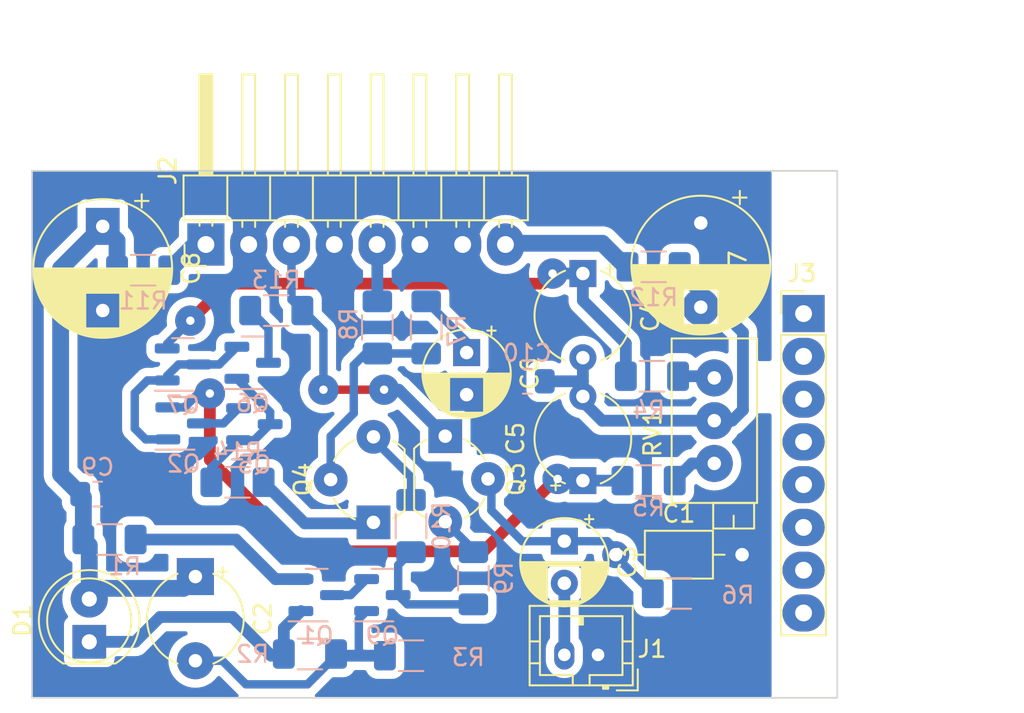
<source format=kicad_pcb>
(kicad_pcb (version 20221018) (generator pcbnew)
  (layers (0 "F.Cu" signal) (31 "B.Cu" signal) (34 "B.Paste" user) (35 "F.Paste" user) (36 "B.SilkS" user "B.Silkscreen") (37 "F.SilkS" user "F.Silkscreen") (38 "B.Mask" user) (39 "F.Mask" user) (44 "Edge.Cuts" user))
  (net 0 "")
  (net 1 "Net-(Q3-B)")
  (net 2 "GND")
  (net 3 "Net-(D1-A)")
  (net 4 "Net-(Q2-B)")
  (net 5 "Net-(J2-Pin_8)")
  (net 6 "Net-(C6-Pad1)")
  (net 7 "Net-(D1-K)")
  (net 8 "Net-(J2-Pin_3)")
  (net 9 "Net-(Q1-C)")
  (net 10 "Net-(Q1-E)")
  (net 11 "Net-(Q2-C)")
  (net 12 "Net-(Q4-C)")
  (net 13 "Net-(Q4-B)")
  (net 14 "Net-(Q7-E)")
  (net 15 "Net-(R4-Pad2)")
  (net 16 "Net-(R5-Pad2)")
  (net 17 "Net-(Q9-B)")
  (net 18 "Net-(Q2-E)")
  (net 19 "Net-(Q3-E)")
  (net 20 "Net-(Q4-E)")
  (net 21 "Net-(Q9-C)")
  (net 22 "Net-(C10-Pad1)")
  (net 23 "Net-(J2-Pin_1)")
  (net 24 "Net-(J2-Pin_5)")
  (net 33 "Net-(J1-Pin_2)")
  (net 34 "Net-(Q5-B)")
  (net 35 "Net-(Q6-C)")
  (footprint "Capacitor_THT:CP_Radial_Tantal_D5.5mm_P5.00mm" (layer "F.Cu") (at 159.8 85.9 -90)
    (fp_text reference "C4" (at 2.5 -4 90) (layer "F.SilkS"))
    (fp_text value "33u/25V")
    (pad "1" thru_hole rect (at 0 0 270) (size 1.6 1.6) (drill 0.8) (layers "*.Cu" "*.Mask") (net 14 "Net-(Q7-E)"))
    (pad "2" thru_hole circle (at 5 0 270) (size 1.6 1.6) (drill 0.8) (layers "*.Cu" "*.Mask") (net 22 "Net-(C10-Pad1)"))
  )
  (footprint "Capacitor_THT:CP_Radial_D5.0mm_P2.50mm" (layer "F.Cu") (at 158.7 101.794888 -90)
    (fp_text reference "C3" (at 1.25 -3.75 90) (layer "F.SilkS"))
    (fp_text value "2u2/16V")
    (pad "1" thru_hole rect (at 0 0 270) (size 1.6 1.6) (drill 0.8) (layers "*.Cu" "*.Mask") (net 1 "Net-(Q3-B)"))
    (pad "2" thru_hole circle (at 2.5 0 270) (size 1.6 1.6) (drill 0.8) (layers "*.Cu" "*.Mask") (net 33 "Net-(J1-Pin_2)"))
  )
  (footprint "Potentiometer_THT:Potentiometer_Bourns_3296X_Horizontal" (layer "F.Cu") (at 167.6 92.1 90)
    (fp_text reference "RV1" (at -3.3 -3.66 90) (layer "F.SilkS"))
    (fp_text value "100")
    (pad "1" thru_hole circle (at 0 0 90) (size 2.2 2.2) (drill 0.8) (layers "*.Cu" "*.Mask") (net 15 "Net-(R4-Pad2)"))
    (pad "2" thru_hole circle (at -2.54 0 90) (size 2.2 2.2) (drill 0.8) (layers "*.Cu" "*.Mask") (net 22 "Net-(C10-Pad1)"))
    (pad "3" thru_hole circle (at -5.08 0 90) (size 2.2 2.2) (drill 0.8) (layers "*.Cu" "*.Mask") (net 16 "Net-(R5-Pad2)"))
  )
  (footprint "Package_TO_SOT_THT:TO-92_Wide" (layer "F.Cu") (at 151.63 95.56 -90)
    (fp_text reference "Q3" (at 2.55 -4.19 90) (layer "F.SilkS"))
    (fp_text value "BC560C")
    (pad "1" thru_hole rect (at 0 0 270) (size 2 2) (drill 0.8) (layers "*.Cu" "*.Mask") (net 8 "Net-(J2-Pin_3)"))
    (pad "2" thru_hole circle (at 2.54 -2.54 270) (size 2 2) (drill 0.8) (layers "*.Cu" "*.Mask") (net 1 "Net-(Q3-B)"))
    (pad "3" thru_hole circle (at 5.08 0 270) (size 2 2) (drill 0.8) (layers "*.Cu" "*.Mask") (net 19 "Net-(Q3-E)"))
  )
  (footprint "Capacitor_THT:CP_Radial_D5.0mm_P2.50mm" (layer "F.Cu") (at 152.9 90.594888 -90)
    (fp_text reference "C6" (at 1.25 -3.75 90) (layer "F.SilkS"))
    (fp_text value "47u/25V")
    (pad "1" thru_hole rect (at 0 0 270) (size 1.6 1.6) (drill 0.8) (layers "*.Cu" "*.Mask") (net 6 "Net-(C6-Pad1)"))
    (pad "2" thru_hole circle (at 2.5 0 270) (size 1.6 1.6) (drill 0.8) (layers "*.Cu" "*.Mask") (net 2 "GND"))
  )
  (footprint "Capacitor_THT:CP_Radial_Tantal_D5.5mm_P5.00mm" (layer "F.Cu") (at 159.8 98.2 90)
    (fp_text reference "C5" (at 2.5 -4 90) (layer "F.SilkS"))
    (fp_text value "33u/25V")
    (pad "1" thru_hole rect (at 0 0 90) (size 1.6 1.6) (drill 0.8) (layers "*.Cu" "*.Mask") (net 18 "Net-(Q2-E)"))
    (pad "2" thru_hole circle (at 5 0 90) (size 1.6 1.6) (drill 0.8) (layers "*.Cu" "*.Mask") (net 22 "Net-(C10-Pad1)"))
  )
  (footprint "Capacitor_THT:CP_Radial_D8.0mm_P5.00mm" (layer "F.Cu") (at 166.8 82.897349 -90)
    (fp_text reference "C7" (at 2.602651 -2.2 90) (layer "F.SilkS"))
    (fp_text value "100u/35V")
    (pad "1" thru_hole rect (at 0 0 270) (size 2.2 2.2) (drill 0.8) (layers "*.Cu" "*.Mask") (net 2 "GND"))
    (pad "2" thru_hole circle (at 5 0 270) (size 2.2 2.2) (drill 0.8) (layers "*.Cu" "*.Mask") (net 22 "Net-(C10-Pad1)"))
  )
  (footprint "Capacitor_THT:C_Axial_L3.8mm_D2.6mm_P7.50mm_Horizontal" (layer "F.Cu") (at 161.75 102.6)
    (fp_text reference "C1" (at 3.75 -2.42) (layer "F.SilkS"))
    (fp_text value "330p")
    (pad "1" thru_hole circle (at 0 0) (size 1.6 1.6) (drill 0.8) (layers "*.Cu" "*.Mask") (net 1 "Net-(Q3-B)"))
    (pad "2" thru_hole oval (at 7.5 0) (size 1.6 1.6) (drill 0.8) (layers "*.Cu" "*.Mask") (net 2 "GND"))
  )
  (footprint "Connector_JST:JST_PH_B2B-PH-K_1x02_P2.00mm_Vertical" (layer "F.Cu") (at 160.7 108.55 180)
    (fp_text reference "J1" (at -3.2 0.35) (layer "F.SilkS"))
    (fp_text value "Conn_01x02")
    (pad "1" thru_hole roundrect (at 0 0 180) (size 1.2 1.75) (drill 0.75) (layers "*.Cu" "*.Mask") (roundrect_rratio 0.208333) (net 2 "GND"))
    (pad "2" thru_hole oval (at 2 0 180) (size 1.2 1.75) (drill 0.75) (layers "*.Cu" "*.Mask") (net 33 "Net-(J1-Pin_2)"))
  )
  (footprint "Connector_PinHeader_2.54mm:PinHeader_1x08_P2.54mm_Vertical" (layer "F.Cu") (at 172.9 88.28)
    (fp_text reference "J3" (at -0.1 -2.38) (layer "F.SilkS"))
    (fp_text value "Conn_01x08_Pin")
    (pad "1" thru_hole rect (at 0 0) (size 2.5 2.2) (drill 1) (layers "*.Cu" "*.Mask"))
    (pad "2" thru_hole oval (at 0 2.54) (size 2.5 2.2) (drill 1) (layers "*.Cu" "*.Mask"))
    (pad "3" thru_hole oval (at 0 5.08) (size 2.5 2.2) (drill 1) (layers "*.Cu" "*.Mask"))
    (pad "4" thru_hole oval (at 0 7.62) (size 2.5 2.2) (drill 1) (layers "*.Cu" "*.Mask"))
    (pad "5" thru_hole oval (at 0 10.16) (size 2.5 2.2) (drill 1) (layers "*.Cu" "*.Mask"))
    (pad "6" thru_hole oval (at 0 12.7) (size 2.5 2.2) (drill 1) (layers "*.Cu" "*.Mask"))
    (pad "7" thru_hole oval (at 0 15.24) (size 2.5 2.2) (drill 1) (layers "*.Cu" "*.Mask"))
    (pad "8" thru_hole oval (at 0 17.78) (size 2.5 2.2) (drill 1) (layers "*.Cu" "*.Mask" "Eco2.User"))
  )
  (footprint "LED_THT:LED_D5.0mm" (layer "F.Cu") (at 130.5 107.775 90)
    (fp_text reference "D1" (at 1.27 -3.96 90) (layer "F.SilkS"))
    (fp_text value "LED_Small")
    (pad "1" thru_hole rect (at 0 0 90) (size 2 2) (drill 0.9) (layers "*.Cu" "*.Mask") (net 7 "Net-(D1-K)"))
    (pad "2" thru_hole circle (at 2.54 0 90) (size 2.2 2.2) (drill 0.9) (layers "*.Cu" "*.Mask") (net 3 "Net-(D1-A)"))
  )
  (footprint "Package_TO_SOT_THT:TO-92_Wide" (layer "F.Cu") (at 147.37 100.68 90)
    (fp_text reference "Q4" (at 2.55 -4.19 90) (layer "F.SilkS"))
    (fp_text value "BC560C")
    (pad "1" thru_hole rect (at 0 0 90) (size 2 2) (drill 0.8) (layers "*.Cu" "*.Mask") (net 12 "Net-(Q4-C)"))
    (pad "2" thru_hole circle (at 2.54 -2.54 90) (size 2 2) (drill 0.8) (layers "*.Cu" "*.Mask") (net 13 "Net-(Q4-B)"))
    (pad "3" thru_hole circle (at 5.08 0 90) (size 2 2) (drill 0.8) (layers "*.Cu" "*.Mask") (net 20 "Net-(Q4-E)"))
  )
  (footprint "Connector_PinHeader_2.54mm:PinHeader_1x08_P2.54mm_Horizontal" (layer "F.Cu") (at 137.425 84.175 90)
    (fp_text reference "J2" (at 4.385 -2.27 90) (layer "F.SilkS"))
    (fp_text value "Conn_01x08")
    (pad "1" thru_hole rect (at 0 0 90) (size 2.5 2.2) (drill 1) (layers "*.Cu" "*.Mask") (net 23 "Net-(J2-Pin_1)"))
    (pad "2" thru_hole oval (at 0 2.54 90) (size 2.5 2.2) (drill 1) (layers "*.Cu" "*.Mask") (net 2 "GND"))
    (pad "3" thru_hole oval (at 0 5.08 90) (size 2.5 2.2) (drill 1) (layers "*.Cu" "*.Mask") (net 8 "Net-(J2-Pin_3)"))
    (pad "4" thru_hole oval (at 0 7.62 90) (size 2.5 2.2) (drill 1) (layers "*.Cu" "*.Mask") (net 2 "GND"))
    (pad "5" thru_hole oval (at 0 10.16 90) (size 2.5 2.2) (drill 1) (layers "*.Cu" "*.Mask") (net 24 "Net-(J2-Pin_5)"))
    (pad "6" thru_hole oval (at 0 12.7 90) (size 2.5 2.2) (drill 1) (layers "*.Cu" "*.Mask") (net 2 "GND"))
    (pad "7" thru_hole oval (at 0 15.24 90) (size 2.5 2.2) (drill 1) (layers "*.Cu" "*.Mask") (net 2 "GND"))
    (pad "8" thru_hole oval (at 0 17.78 90) (size 2.5 2.2) (drill 1) (layers "*.Cu" "*.Mask") (net 5 "Net-(J2-Pin_8)"))
  )
  (footprint "Capacitor_THT:CP_Radial_Tantal_D5.5mm_P5.00mm" (layer "F.Cu") (at 136.8 103.9 -90)
    (fp_text reference "C2" (at 2.5 -4 90) (layer "F.SilkS"))
    (fp_text value "33u/25V")
    (pad "1" thru_hole rect (at 0 0 270) (size 2.2 2.2) (drill 0.8) (layers "*.Cu" "*.Mask") (net 3 "Net-(D1-A)"))
    (pad "2" thru_hole circle (at 5 0 270) (size 2.2 2.2) (drill 0.8) (layers "*.Cu" "*.Mask") (net 17 "Net-(Q9-B)"))
  )
  (footprint "Capacitor_THT:CP_Radial_D8.0mm_P5.00mm" (layer "F.Cu") (at 131.3 83.097349 -90)
    (fp_text reference "C8" (at 2.5 -5.25 -90) (layer "F.SilkS"))
    (fp_text value "100u/35V")
    (pad "1" thru_hole rect (at 0 0 270) (size 2.2 2) (drill 0.8) (layers "*.Cu" "*.Mask") (net 3 "Net-(D1-A)"))
    (pad "2" thru_hole circle (at 5 0 270) (size 2.2 2.2) (drill 0.8) (layers "*.Cu" "*.Mask") (net 2 "GND"))
  )
  (footprint "Resistor_SMD:R_1206_3216Metric_Pad1.30x1.75mm_HandSolder" (layer "B.Cu") (at 147.6 89.1 90)
    (fp_text reference "R8" (at 0.2 -1.7 -270) (layer "B.SilkS") (effects (justify mirror)))
    (fp_text value "68k")
    (pad "1" smd roundrect (at -1.55 0 90) (size 1.3 1.75) (layers "B.Cu" "B.Paste" "B.Mask") (roundrect_rratio 0.192308) (net 13 "Net-(Q4-B)"))
    (pad "2" smd roundrect (at 1.55 0 90) (size 1.3 1.75) (layers "B.Cu" "B.Paste" "B.Mask") (roundrect_rratio 0.192308) (net 24 "Net-(J2-Pin_5)"))
  )
  (footprint "Resistor_SMD:R_1206_3216Metric_Pad1.30x1.75mm_HandSolder" (layer "B.Cu") (at 133.7 85.7)
    (fp_text reference "R11" (at 0 1.82) (layer "B.SilkS") (effects (justify mirror)))
    (fp_text value "10")
    (pad "1" smd roundrect (at -1.55 0) (size 1.3 1.75) (layers "B.Cu" "B.Paste" "B.Mask") (roundrect_rratio 0.192308) (net 3 "Net-(D1-A)"))
    (pad "2" smd roundrect (at 1.55 0) (size 1.3 1.75) (layers "B.Cu" "B.Paste" "B.Mask") (roundrect_rratio 0.192308) (net 23 "Net-(J2-Pin_1)"))
  )
  (footprint "Resistor_SMD:R_1206_3216Metric_Pad1.30x1.75mm_HandSolder" (layer "B.Cu") (at 163.9 92)
    (fp_text reference "R4" (at -0.2 2 -360) (layer "B.SilkS") (effects (justify mirror)))
    (fp_text value "47")
    (pad "1" smd roundrect (at -1.55 0) (size 1.3 1.75) (layers "B.Cu" "B.Paste" "B.Mask") (roundrect_rratio 0.192308) (net 14 "Net-(Q7-E)"))
    (pad "2" smd roundrect (at 1.55 0) (size 1.3 1.75) (layers "B.Cu" "B.Paste" "B.Mask") (roundrect_rratio 0.192308) (net 15 "Net-(R4-Pad2)"))
  )
  (footprint "Resistor_SMD:R_1206_3216Metric_Pad1.30x1.75mm_HandSolder" (layer "B.Cu") (at 139.3 98.3 180)
    (fp_text reference "R14" (at 0 1.82) (layer "B.SilkS") (effects (justify mirror)))
    (fp_text value "22")
    (pad "1" smd roundrect (at -1.55 0 180) (size 1.3 1.75) (layers "B.Cu" "B.Paste" "B.Mask") (roundrect_rratio 0.192308) (net 12 "Net-(Q4-C)"))
    (pad "2" smd roundrect (at 1.55 0 180) (size 1.3 1.75) (layers "B.Cu" "B.Paste" "B.Mask") (roundrect_rratio 0.192308) (net 34 "Net-(Q5-B)"))
  )
  (footprint "Package_TO_SOT_SMD:SOT-23" (layer "B.Cu") (at 140.2 91.2)
    (fp_text reference "Q6" (at 0 2.4) (layer "B.SilkS") (effects (justify mirror)))
    (fp_text value "BC848")
    (pad "1" smd roundrect (at -0.9375 0.95) (size 1.475 0.6) (layers "B.Cu" "B.Paste" "B.Mask") (net 34 "Net-(Q5-B)"))
    (pad "2" smd roundrect (at -0.9375 -0.95) (size 1.475 0.6) (layers "B.Cu" "B.Paste" "B.Mask") (net 4 "Net-(Q2-B)"))
    (pad "3" smd roundrect (at 0.9375 0) (size 1.475 0.6) (layers "B.Cu" "B.Paste" "B.Mask") (net 35 "Net-(Q6-C)"))
  )
  (footprint "Resistor_SMD:R_1206_3216Metric_Pad1.30x1.75mm_HandSolder" (layer "B.Cu") (at 149.6 108.6)
    (fp_text reference "R3" (at 3.4 0.1 -360) (layer "B.SilkS") (effects (justify mirror)))
    (fp_text value "10k")
    (pad "1" smd roundrect (at -1.55 0) (size 1.3 1.75) (layers "B.Cu" "B.Paste" "B.Mask") (roundrect_rratio 0.192308) (net 17 "Net-(Q9-B)"))
    (pad "2" smd roundrect (at 1.55 0) (size 1.3 1.75) (layers "B.Cu" "B.Paste" "B.Mask") (roundrect_rratio 0.192308) (net 2 "GND"))
  )
  (footprint "Resistor_SMD:R_1206_3216Metric_Pad1.30x1.75mm_HandSolder" (layer "B.Cu") (at 165.5 104.9)
    (fp_text reference "R6" (at 3.5 0.1 -360) (layer "B.SilkS") (effects (justify mirror)))
    (fp_text value "68k")
    (pad "1" smd roundrect (at -1.55 0) (size 1.3 1.75) (layers "B.Cu" "B.Paste" "B.Mask") (roundrect_rratio 0.192308) (net 1 "Net-(Q3-B)"))
    (pad "2" smd roundrect (at 1.55 0) (size 1.3 1.75) (layers "B.Cu" "B.Paste" "B.Mask") (roundrect_rratio 0.192308) (net 2 "GND"))
  )
  (footprint "Package_TO_SOT_SMD:SOT-23" (layer "B.Cu") (at 144 105)
    (fp_text reference "Q1" (at 0 2.4) (layer "B.SilkS") (effects (justify mirror)))
    (fp_text value "BC858")
    (pad "1" smd roundrect (at -0.9375 0.95) (size 1.475 0.6) (layers "B.Cu" "B.Paste" "B.Mask") (net 7 "Net-(D1-K)"))
    (pad "2" smd roundrect (at -0.9375 -0.95) (size 1.475 0.6) (layers "B.Cu" "B.Paste" "B.Mask") (net 10 "Net-(Q1-E)"))
    (pad "3" smd roundrect (at 0.9375 0) (size 1.475 0.6) (layers "B.Cu" "B.Paste" "B.Mask") (net 9 "Net-(Q1-C)"))
  )
  (footprint "Capacitor_SMD:C_0805_2012Metric_Pad1.18x1.45mm_HandSolder" (layer "B.Cu") (at 131 99)
    (fp_text reference "C9" (at 0 -1.6) (layer "B.SilkS") (effects (justify mirror)))
    (fp_text value "100n")
    (pad "1" smd roundrect (at -1.0375 0) (size 1.175 1.45) (layers "B.Cu" "B.Paste" "B.Mask") (roundrect_rratio 0.212766) (net 3 "Net-(D1-A)"))
    (pad "2" smd roundrect (at 1.0375 0) (size 1.175 1.45) (layers "B.Cu" "B.Paste" "B.Mask") (roundrect_rratio 0.212766) (net 2 "GND"))
  )
  (footprint "Package_TO_SOT_SMD:SOT-23" (layer "B.Cu") (at 136.1 94.8)
    (fp_text reference "Q2" (at 0 2.4) (layer "B.SilkS") (effects (justify mirror)))
    (fp_text value "BC848")
    (pad "1" smd roundrect (at -0.9375 0.95) (size 1.475 0.6) (layers "B.Cu" "B.Paste" "B.Mask") (net 4 "Net-(Q2-B)"))
    (pad "2" smd roundrect (at -0.9375 -0.95) (size 1.475 0.6) (layers "B.Cu" "B.Paste" "B.Mask") (net 18 "Net-(Q2-E)"))
    (pad "3" smd roundrect (at 0.9375 0) (size 1.475 0.6) (layers "B.Cu" "B.Paste" "B.Mask") (net 11 "Net-(Q2-C)"))
  )
  (footprint "Resistor_SMD:R_1206_3216Metric_Pad1.30x1.75mm_HandSolder" (layer "B.Cu") (at 163.7 98.2)
    (fp_text reference "R5" (at 0 1.6 -360) (layer "B.SilkS") (effects (justify mirror)))
    (fp_text value "47")
    (pad "1" smd roundrect (at -1.55 0) (size 1.3 1.75) (layers "B.Cu" "B.Paste" "B.Mask") (roundrect_rratio 0.192308) (net 18 "Net-(Q2-E)"))
    (pad "2" smd roundrect (at 1.55 0) (size 1.3 1.75) (layers "B.Cu" "B.Paste" "B.Mask") (roundrect_rratio 0.192308) (net 16 "Net-(R5-Pad2)"))
  )
  (footprint "Resistor_SMD:R_1206_3216Metric_Pad1.30x1.75mm_HandSolder" (layer "B.Cu") (at 131.7 101.7)
    (fp_text reference "R1" (at 0.9 1.6 -360) (layer "B.SilkS") (effects (justify mirror)))
    (fp_text value "1k")
    (pad "1" smd roundrect (at -1.55 0) (size 1.3 1.75) (layers "B.Cu" "B.Paste" "B.Mask") (roundrect_rratio 0.192308) (net 3 "Net-(D1-A)"))
    (pad "2" smd roundrect (at 1.55 0) (size 1.3 1.75) (layers "B.Cu" "B.Paste" "B.Mask") (roundrect_rratio 0.192308) (net 10 "Net-(Q1-E)"))
  )
  (footprint "Resistor_SMD:R_1206_3216Metric_Pad1.30x1.75mm_HandSolder" (layer "B.Cu") (at 153.3 104 90)
    (fp_text reference "R9" (at 0 1.82 90) (layer "B.SilkS") (effects (justify mirror)))
    (fp_text value "330")
    (pad "1" smd roundrect (at -1.55 0 90) (size 1.3 1.75) (layers "B.Cu" "B.Paste" "B.Mask") (roundrect_rratio 0.192308) (net 21 "Net-(Q9-C)"))
    (pad "2" smd roundrect (at 1.55 0 90) (size 1.3 1.75) (layers "B.Cu" "B.Paste" "B.Mask") (roundrect_rratio 0.192308) (net 19 "Net-(Q3-E)"))
  )
  (footprint "Resistor_SMD:R_1206_3216Metric_Pad1.30x1.75mm_HandSolder" (layer "B.Cu") (at 149.6 100.9 90)
    (fp_text reference "R10" (at 0 1.82 90) (layer "B.SilkS") (effects (justify mirror)))
    (fp_text value "330")
    (pad "1" smd roundrect (at -1.55 0 90) (size 1.3 1.75) (layers "B.Cu" "B.Paste" "B.Mask") (roundrect_rratio 0.192308) (net 21 "Net-(Q9-C)"))
    (pad "2" smd roundrect (at 1.55 0 90) (size 1.3 1.75) (layers "B.Cu" "B.Paste" "B.Mask") (roundrect_rratio 0.192308) (net 20 "Net-(Q4-E)"))
  )
  (footprint "Package_TO_SOT_SMD:SOT-23" (layer "B.Cu") (at 136.0625 91.3)
    (fp_text reference "Q7" (at 0 2.4) (layer "B.SilkS") (effects (justify mirror)))
    (fp_text value "BC848")
    (pad "1" smd roundrect (at -0.9375 0.95) (size 1.475 0.6) (layers "B.Cu" "B.Paste" "B.Mask") (net 4 "Net-(Q2-B)"))
    (pad "2" smd roundrect (at -0.9375 -0.95) (size 1.475 0.6) (layers "B.Cu" "B.Paste" "B.Mask") (net 14 "Net-(Q7-E)"))
    (pad "3" smd roundrect (at 0.9375 0) (size 1.475 0.6) (layers "B.Cu" "B.Paste" "B.Mask") (net 4 "Net-(Q2-B)"))
  )
  (footprint "Resistor_SMD:R_1206_3216Metric_Pad1.30x1.75mm_HandSolder" (layer "B.Cu") (at 143.6 108.5)
    (fp_text reference "R2" (at -3.4 0 -360) (layer "B.SilkS") (effects (justify mirror)))
    (fp_text value "470")
    (pad "1" smd roundrect (at -1.55 0) (size 1.3 1.75) (layers "B.Cu" "B.Paste" "B.Mask") (roundrect_rratio 0.192308) (net 7 "Net-(D1-K)"))
    (pad "2" smd roundrect (at 1.55 0) (size 1.3 1.75) (layers "B.Cu" "B.Paste" "B.Mask") (roundrect_rratio 0.192308) (net 17 "Net-(Q9-B)"))
  )
  (footprint "Package_TO_SOT_SMD:SOT-23" (layer "B.Cu") (at 140.3 94.85)
    (fp_text reference "Q5" (at 0 2.4) (layer "B.SilkS") (effects (justify mirror)))
    (fp_text value "BC848")
    (pad "1" smd roundrect (at -0.9375 0.95) (size 1.475 0.6) (layers "B.Cu" "B.Paste" "B.Mask") (net 34 "Net-(Q5-B)"))
    (pad "2" smd roundrect (at -0.9375 -0.95) (size 1.475 0.6) (layers "B.Cu" "B.Paste" "B.Mask") (net 11 "Net-(Q2-C)"))
    (pad "3" smd roundrect (at 0.9375 0) (size 1.475 0.6) (layers "B.Cu" "B.Paste" "B.Mask") (net 34 "Net-(Q5-B)"))
  )
  (footprint "Package_TO_SOT_SMD:SOT-23" (layer "B.Cu") (at 147.9 105)
    (fp_text reference "Q9" (at 0 2.4) (layer "B.SilkS") (effects (justify mirror)))
    (fp_text value "BC858")
    (pad "1" smd roundrect (at -0.9375 0.95) (size 1.475 0.6) (layers "B.Cu" "B.Paste" "B.Mask") (net 17 "Net-(Q9-B)"))
    (pad "2" smd roundrect (at -0.9375 -0.95) (size 1.475 0.6) (layers "B.Cu" "B.Paste" "B.Mask") (net 9 "Net-(Q1-C)"))
    (pad "3" smd roundrect (at 0.9375 0) (size 1.475 0.6) (layers "B.Cu" "B.Paste" "B.Mask") (net 21 "Net-(Q9-C)"))
  )
  (footprint "Resistor_SMD:R_1206_3216Metric_Pad1.30x1.75mm_HandSolder" (layer "B.Cu") (at 150.5 89.1 90)
    (fp_text reference "R7" (at -0.2 1.82 -270) (layer "B.SilkS") (effects (justify mirror)))
    (fp_text value "1k2")
    (pad "1" smd roundrect (at -1.55 0 90) (size 1.3 1.75) (layers "B.Cu" "B.Paste" "B.Mask") (roundrect_rratio 0.192308) (net 13 "Net-(Q4-B)"))
    (pad "2" smd roundrect (at 1.55 0 90) (size 1.3 1.75) (layers "B.Cu" "B.Paste" "B.Mask") (roundrect_rratio 0.192308) (net 6 "Net-(C6-Pad1)"))
  )
  (footprint "Capacitor_SMD:C_0805_2012Metric_Pad1.18x1.45mm_HandSolder" (layer "B.Cu") (at 156.5 92.3 180)
    (fp_text reference "C10" (at 0 1.68) (layer "B.SilkS") (effects (justify mirror)))
    (fp_text value "100n")
    (pad "1" smd roundrect (at -1.0375 0 180) (size 1.175 1.45) (layers "B.Cu" "B.Paste" "B.Mask") (roundrect_rratio 0.212766) (net 22 "Net-(C10-Pad1)"))
    (pad "2" smd roundrect (at 1.0375 0 180) (size 1.175 1.45) (layers "B.Cu" "B.Paste" "B.Mask") (roundrect_rratio 0.212766) (net 2 "GND"))
  )
  (footprint "Resistor_SMD:R_1206_3216Metric_Pad1.30x1.75mm_HandSolder" (layer "B.Cu") (at 141.6 88.1 180)
    (fp_text reference "R13" (at 0 1.82) (layer "B.SilkS") (effects (justify mirror)))
    (fp_text value "22")
    (pad "1" smd roundrect (at -1.55 0 180) (size 1.3 1.75) (layers "B.Cu" "B.Paste" "B.Mask") (roundrect_rratio 0.192308) (net 8 "Net-(J2-Pin_3)"))
    (pad "2" smd roundrect (at 1.55 0 180) (size 1.3 1.75) (layers "B.Cu" "B.Paste" "B.Mask") (roundrect_rratio 0.192308) (net 35 "Net-(Q6-C)"))
  )
  (footprint "Resistor_SMD:R_1206_3216Metric_Pad1.30x1.75mm_HandSolder" (layer "B.Cu") (at 164 85.5)
    (fp_text reference "R12" (at 0 1.82) (layer "B.SilkS") (effects (justify mirror)))
    (fp_text value "10")
    (pad "1" smd roundrect (at -1.55 0) (size 1.3 1.75) (layers "B.Cu" "B.Paste" "B.Mask") (roundrect_rratio 0.192308) (net 5 "Net-(J2-Pin_8)"))
    (pad "2" smd roundrect (at 1.55 0) (size 1.3 1.75) (layers "B.Cu" "B.Paste" "B.Mask") (roundrect_rratio 0.192308) (net 22 "Net-(C10-Pad1)"))
  )
  (gr_rect (start 127.1 79.8) (end 174.9 111.1) (stroke (width 0.1)) (fill none) (layer "Edge.Cuts"))
  (segment (start 154.37 99.97) (end 156.2 101.8) (width 0.5) (layer "B.Cu") (net 1))
  (segment (start 156.2 101.8) (end 161.25 101.8) (width 0.5) (layer "B.Cu") (net 1))
  (segment (start 154.37 98.2) (end 154.37 99.97) (width 0.5) (layer "B.Cu") (net 1))
  (segment (start 161.75 102.7) (end 163.95 104.9) (width 0.5) (layer "B.Cu") (net 1))
  (segment (start 161.75 102.3) (end 161.75 102.7) (width 0.5) (layer "B.Cu") (net 1))
  (segment (start 161.25 101.8) (end 161.75 102.3) (width 0.5) (layer "B.Cu") (net 1))
  (segment (start 150.125 84.325) (end 150.125 84.075) (width 0.5) (layer "B.Cu") (net 2))
  (segment (start 152.7 84.11) (end 152.665 84.075) (width 0.3) (layer "B.Cu") (net 2))
  (segment (start 150.125 84.475) (end 150.125 84.325) (width 0.7) (layer "B.Cu") (net 2))
  (segment (start 130.15 101.7) (end 130.5 102.05) (width 1) (layer "B.Cu") (net 3))
  (segment (start 131.3 83.097349) (end 128.8 85.597349) (width 1) (layer "B.Cu") (net 3))
  (segment (start 132.15 83.947349) (end 132.15 85.4) (width 1) (layer "B.Cu") (net 3))
  (segment (start 130.5 105.235) (end 131.135 104.6) (width 1) (layer "B.Cu") (net 3))
  (segment (start 130.15 99.1875) (end 130.15 101.7) (width 1) (layer "B.Cu") (net 3))
  (segment (start 131.135 104.6) (end 136.1 104.6) (width 1) (layer "B.Cu") (net 3))
  (segment (start 128.8 97.8375) (end 130.15 99.1875) (width 1) (layer "B.Cu") (net 3))
  (segment (start 130.5 102.05) (end 130.5 105.235) (width 1) (layer "B.Cu") (net 3))
  (segment (start 136.1 104.6) (end 136.8 103.9) (width 1) (layer "B.Cu") (net 3))
  (segment (start 128.8 85.597349) (end 128.8 97.8375) (width 1) (layer "B.Cu") (net 3))
  (segment (start 131.3 83.097349) (end 132.15 83.947349) (width 1) (layer "B.Cu") (net 3))
  (segment (start 131.3 83.097349) (end 131.302651 83.1) (width 1) (layer "B.Cu") (net 3))
  (segment (start 135.1625 95.75) (end 133.85 95.75) (width 0.5) (layer "B.Cu") (net 4))
  (segment (start 133.2 93) (end 133.95 92.25) (width 0.5) (layer "B.Cu") (net 4))
  (segment (start 137 91.3) (end 138.2125 91.3) (width 0.5) (layer "B.Cu") (net 4))
  (segment (start 133.95 92.25) (end 135.125 92.25) (width 0.5) (layer "B.Cu") (net 4))
  (segment (start 135.125 91.975) (end 135.8 91.3) (width 0.5) (layer "B.Cu") (net 4))
  (segment (start 133.85 95.75) (end 133.2 95.1) (width 0.5) (layer "B.Cu") (net 4))
  (segment (start 135.125 92.25) (end 135.125 91.975) (width 0.5) (layer "B.Cu") (net 4))
  (segment (start 135.8 91.3) (end 137 91.3) (width 0.5) (layer "B.Cu") (net 4))
  (segment (start 133.2 95.1) (end 133.2 93) (width 0.5) (layer "B.Cu") (net 4))
  (segment (start 138.2125 91.3) (end 139.2625 90.25) (width 0.5) (layer "B.Cu") (net 4))
  (segment (start 162.35 85.5) (end 160.95 84.1) (width 1) (layer "B.Cu") (net 5))
  (segment (start 160.95 84.1) (end 155.28 84.1) (width 1) (layer "B.Cu") (net 5))
  (segment (start 155.28 84.1) (end 155.205 84.175) (width 1) (layer "B.Cu") (net 5))
  (segment (start 150.5 87.55) (end 153 90.05) (width 0.5) (layer "B.Cu") (net 6))
  (segment (start 153 90.05) (end 153 91.105113) (width 0.5) (layer "B.Cu") (net 6))
  (segment (start 130.5 107.775) (end 133.225 107.775) (width 0.7) (layer "B.Cu") (net 7))
  (segment (start 139 106.3) (end 141.3 108.6) (width 0.7) (layer "B.Cu") (net 7))
  (segment (start 133.225 107.775) (end 134.7 106.3) (width 0.7) (layer "B.Cu") (net 7))
  (segment (start 142.05 108.5) (end 142.05 106.9625) (width 0.7) (layer "B.Cu") (net 7))
  (segment (start 141.3 108.6) (end 142.05 108.6) (width 0.7) (layer "B.Cu") (net 7))
  (segment (start 134.7 106.3) (end 139 106.3) (width 0.7) (layer "B.Cu") (net 7))
  (segment (start 142.05 106.9625) (end 143.0625 105.95) (width 0.7) (layer "B.Cu") (net 7))
  (segment (start 144.4 92.8) (end 148 92.8) (width 0.5) (layer "F.Cu") (net 8))
  (via (at 144.4 92.8) (size 1.8) (drill 0.5) (layers "F.Cu" "B.Cu") (net 8))
  (via (at 148 92.8) (size 1.8) (drill 0.5) (layers "F.Cu" "B.Cu") (net 8))
  (segment (start 144.4 92.8) (end 144.4 89.3) (width 0.5) (layer "B.Cu") (net 8))
  (segment (start 148.87 92.8) (end 151.63 95.56) (width 0.7) (layer "B.Cu") (net 8))
  (segment (start 142.505 84.175) (end 142.505 87.455) (width 0.5) (layer "B.Cu") (net 8))
  (segment (start 148 92.8) (end 148.87 92.8) (width 0.7) (layer "B.Cu") (net 8))
  (segment (start 142.505 87.455) (end 143.15 88.1) (width 0.5) (layer "B.Cu") (net 8))
  (segment (start 144.4 89.3) (end 143.2 88.1) (width 0.5) (layer "B.Cu") (net 8))
  (segment (start 143.2 88.1) (end 143.15 88.1) (width 0.5) (layer "B.Cu") (net 8))
  (segment (start 146.0125 105) (end 146.9625 104.05) (width 0.5) (layer "B.Cu") (net 9))
  (segment (start 144.9375 105) (end 146.0125 105) (width 0.5) (layer "B.Cu") (net 9))
  (segment (start 139.2 101.7) (end 141.55 104.05) (width 0.7) (layer "B.Cu") (net 10))
  (segment (start 141.55 104.05) (end 143.4625 104.05) (width 0.7) (layer "B.Cu") (net 10))
  (segment (start 133.25 101.7) (end 139.2 101.7) (width 0.7) (layer "B.Cu") (net 10))
  (segment (start 138.4625 94.8) (end 139.3625 93.9) (width 0.5) (layer "B.Cu") (net 11))
  (segment (start 137.0375 94.8) (end 138.4625 94.8) (width 0.5) (layer "B.Cu") (net 11))
  (segment (start 140.85 98.3) (end 143.29 100.74) (width 0.7) (layer "B.Cu") (net 12))
  (segment (start 147.31 100.74) (end 147.37 100.68) (width 0.7) (layer "B.Cu") (net 12))
  (segment (start 143.29 100.74) (end 147.31 100.74) (width 0.7) (layer "B.Cu") (net 12))
  (segment (start 144.83 98.3) (end 144.83 95.57) (width 0.5) (layer "B.Cu") (net 13))
  (segment (start 146.2 91.35) (end 146.9 90.65) (width 0.5) (layer "B.Cu") (net 13))
  (segment (start 144.83 95.57) (end 146.2 94.2) (width 0.5) (layer "B.Cu") (net 13))
  (segment (start 146.2 94.2) (end 146.2 91.35) (width 0.5) (layer "B.Cu") (net 13))
  (segment (start 146.9 90.65) (end 149.8 90.65) (width 0.5) (layer "B.Cu") (net 13))
  (segment (start 136.5 88.7) (end 138.7 86.5) (width 0.7) (layer "F.Cu") (net 14))
  (segment (start 157.4 86.5) (end 158 85.9) (width 0.7) (layer "F.Cu") (net 14))
  (segment (start 138.7 86.5) (end 157.4 86.5) (width 0.7) (layer "F.Cu") (net 14))
  (via (at 158 85.9) (size 1.8) (drill 0.5) (layers "F.Cu" "B.Cu") (net 14))
  (via (at 136.5 88.7) (size 1.8) (drill 0.5) (layers "F.Cu" "B.Cu") (net 14))
  (segment (start 162.35 90.05) (end 162.35 92) (width 0.7) (layer "B.Cu") (net 14))
  (segment (start 159.8 85.9) (end 159.8 87.5) (width 0.7) (layer "B.Cu") (net 14))
  (segment (start 136.5 88.7) (end 135.125 90.075) (width 0.5) (layer "B.Cu") (net 14))
  (segment (start 135.125 90.075) (end 135.125 90.35) (width 0.5) (layer "B.Cu") (net 14))
  (segment (start 159.8 87.5) (end 162.35 90.05) (width 0.7) (layer "B.Cu") (net 14))
  (segment (start 158 85.9) (end 159.8 85.9) (width 0.7) (layer "B.Cu") (net 14))
  (segment (start 167.5 92) (end 167.6 92.1) (width 0.7) (layer "B.Cu") (net 15))
  (segment (start 165.45 92) (end 167.5 92) (width 0.7) (layer "B.Cu") (net 15))
  (segment (start 165.25 98.2) (end 166.27 97.18) (width 0.7) (layer "B.Cu") (net 16))
  (segment (start 166.27 97.18) (end 167.6 97.18) (width 0.7) (layer "B.Cu") (net 16))
  (segment (start 146.9625 105.95) (end 146.5 106.4125) (width 0.5) (layer "B.Cu") (net 17))
  (segment (start 143.45 110.3) (end 145.15 108.6) (width 0.5) (layer "B.Cu") (net 17))
  (segment (start 138.4 108.9) (end 139.8 110.3) (width 0.5) (layer "B.Cu") (net 17))
  (segment (start 139.8 110.3) (end 143.45 110.3) (width 0.5) (layer "B.Cu") (net 17))
  (segment (start 146.5 108.3) (end 146.8 108.6) (width 0.5) (layer "B.Cu") (net 17))
  (segment (start 136.8 108.9) (end 138.4 108.9) (width 0.5) (layer "B.Cu") (net 17))
  (segment (start 145.15 108.6) (end 146.8 108.6) (width 0.7) (layer "B.Cu") (net 17))
  (segment (start 146.8 108.6) (end 147.65 108.6) (width 0.7) (layer "B.Cu") (net 17))
  (segment (start 146.5 106.4125) (end 146.5 108.3) (width 0.5) (layer "B.Cu") (net 17))
  (segment (start 143.1 102.4) (end 137.657218 96.957218) (width 0.7) (layer "F.Cu") (net 18))
  (segment (start 158.2 98.1) (end 153.9 102.4) (width 0.7) (layer "F.Cu") (net 18))
  (segment (start 158.3 98.1) (end 158.2 98.1) (width 0.7) (layer "F.Cu") (net 18))
  (segment (start 137.657218 96.957218) (end 137.657218 93.025769) (width 0.7) (layer "F.Cu") (net 18))
  (segment (start 153.9 102.4) (end 143.1 102.4) (width 0.7) (layer "F.Cu") (net 18))
  (via (at 158.3 98.1) (size 1.8) (drill 0.5) (layers "F.Cu" "B.Cu") (net 18))
  (via (at 137.657218 93.025769) (size 1.8) (drill 0.5) (layers "F.Cu" "B.Cu") (net 18))
  (segment (start 136.15 93.85) (end 136.974231 93.025769) (width 0.5) (layer "B.Cu") (net 18))
  (segment (start 135.1625 93.85) (end 136.15 93.85) (width 0.5) (layer "B.Cu") (net 18))
  (segment (start 160 98.1) (end 160.1 98.2) (width 0.7) (layer "B.Cu") (net 18))
  (segment (start 160.1 98.2) (end 162.15 98.2) (width 0.7) (layer "B.Cu") (net 18))
  (segment (start 158.3 98.1) (end 160 98.1) (width 0.7) (layer "B.Cu") (net 18))
  (segment (start 136.974231 93.025769) (end 137.657218 93.025769) (width 0.5) (layer "B.Cu") (net 18))
  (segment (start 153.3 102.31) (end 151.63 100.64) (width 0.5) (layer "B.Cu") (net 19))
  (segment (start 153.3 102.45) (end 153.3 102.31) (width 0.5) (layer "B.Cu") (net 19))
  (segment (start 149.6 97.99) (end 147.37 95.76) (width 0.5) (layer "B.Cu") (net 20))
  (segment (start 147.37 95.76) (end 147.37 95.6) (width 0.5) (layer "B.Cu") (net 20))
  (segment (start 149.6 99.35) (end 149.6 97.99) (width 0.5) (layer "B.Cu") (net 20))
  (segment (start 148.8375 103.2125) (end 148.8375 105) (width 0.5) (layer "B.Cu") (net 21))
  (segment (start 149.6 102.45) (end 148.8375 103.2125) (width 0.5) (layer "B.Cu") (net 21))
  (segment (start 148.8375 105) (end 149.3875 105.55) (width 0.5) (layer "B.Cu") (net 21))
  (segment (start 149.3875 105.55) (end 153.3 105.55) (width 0.5) (layer "B.Cu") (net 21))
  (segment (start 167.8 87.897349) (end 169.3 89.397349) (width 0.7) (layer "B.Cu") (net 22))
  (segment (start 165.35 85.447349) (end 166.8 86.897349) (width 1) (layer "B.Cu") (net 22))
  (segment (start 157.5375 92.3) (end 159.8 92.3) (width 0.7) (layer "B.Cu") (net 22))
  (segment (start 160.01 93.71) (end 160.94 94.64) (width 0.7) (layer "B.Cu") (net 22))
  (segment (start 159.8 92.3) (end 159.8 90.9) (width 0.7) (layer "B.Cu") (net 22))
  (segment (start 159.8 93.5) (end 160.01 93.71) (width 0.5) (layer "B.Cu") (net 22))
  (segment (start 166.8 86.897349) (end 166.8 87.897349) (width 1) (layer "B.Cu") (net 22))
  (segment (start 168.66 94.64) (end 167.6 94.64) (width 0.7) (layer "B.Cu") (net 22))
  (segment (start 166.8 87.897349) (end 167.8 87.897349) (width 0.7) (layer "B.Cu") (net 22))
  (segment (start 160.94 94.64) (end 167.6 94.64) (width 0.7) (layer "B.Cu") (net 22))
  (segment (start 169.3 94) (end 168.66 94.64) (width 0.7) (layer "B.Cu") (net 22))
  (segment (start 169.3 89.397349) (end 169.3 94) (width 0.7) (layer "B.Cu") (net 22))
  (segment (start 159.8 93.5) (end 159.8 92.3) (width 0.7) (layer "B.Cu") (net 22))
  (segment (start 137.425 84.175) (end 136.775 84.175) (width 1) (layer "B.Cu") (net 23))
  (segment (start 136.775 84.175) (end 135.25 85.7) (width 1) (layer "B.Cu") (net 23))
  (segment (start 147.6 87.45) (end 147.6 84.19) (width 0.7) (layer "B.Cu") (net 24))
  (segment (start 147.6 84.19) (end 147.585 84.175) (width 0.7) (layer "B.Cu") (net 24))
  (segment (start 147.9 87.75) (end 147.6 87.45) (width 0.7) (layer "B.Cu") (net 24))
  (segment (start 158.7 108.55) (end 158.7 104.294888) (width 0.7) (layer "B.Cu") (net 33))
  (segment (start 158.9 103.994888) (end 158.8 104.094888) (width 0.5) (layer "B.Cu") (net 33))
  (segment (start 139.3625 95.8) (end 140.2875 95.8) (width 0.5) (layer "B.Cu") (net 34))
  (segment (start 141.2375 94.125) (end 141.2375 94.85) (width 0.5) (layer "B.Cu") (net 34))
  (segment (start 137.75 98.3) (end 137.75 97.4125) (width 0.5) (layer "B.Cu") (net 34))
  (segment (start 139.2625 92.15) (end 141.2375 94.125) (width 0.5) (layer "B.Cu") (net 34))
  (segment (start 137.75 97.4125) (end 139.3625 95.8) (width 0.5) (layer "B.Cu") (net 34))
  (segment (start 140.2875 95.8) (end 141.2375 94.85) (width 0.5) (layer "B.Cu") (net 34))
  (segment (start 141.1375 89.1875) (end 140.05 88.1) (width 0.5) (layer "B.Cu") (net 35))
  (segment (start 141.1375 91.2) (end 141.1375 89.1875) (width 0.5) (layer "B.Cu") (net 35))
  (zone (net 0) (net_name "") (layer "B.Cu") (connect_pads (clearance 0)) (min_thickness 0.25)
    (keepout (tracks allowed) (vias allowed) (pads allowed) (copperpour not_allowed) (footprints allowed))
    (fill (thermal_gap 0.5) (thermal_bridge_width 0.5))
    (polygon (pts (xy 169.9 91.1) (xy 171.1 91.1) (xy 171.1 94.2) (xy 169.9 94.2)))
  )
  (zone (net 2) (net_name "GND") (layer "B.Cu") (connect_pads yes (clearance 0.5)) (min_thickness 0.25) (fill yes (thermal_gap 0.5) (thermal_bridge_width 0.5) (smoothing chamfer))
    (polygon (pts (xy 126.1 79.4) (xy 174.2 79.4) (xy 174.2 112) (xy 126.3 112)))
  )
  (zone (net 0) (net_name "") (layer "B.Cu") (connect_pads (clearance 0)) (min_thickness 0.25)
    (keepout (tracks allowed) (vias allowed) (pads allowed) (copperpour not_allowed) (footprints allowed))
    (fill (thermal_gap 0.5) (thermal_bridge_width 0.5))
    (polygon (pts (xy 163.8 90.8) (xy 165.3 90.8) (xy 165.3 92.9) (xy 163.8 92.9)))
  )
  (zone (net 0) (net_name "") (layer "B.Cu") (connect_pads (clearance 0)) (min_thickness 0.25)
    (keepout (tracks not_allowed) (vias not_allowed) (pads not_allowed) (copperpour not_allowed) (footprints allowed))
    (fill (thermal_gap 0.5) (thermal_bridge_width 0.5))
    (polygon (pts (xy 152 96.2) (xy 153.5 96.2) (xy 153.5 97.6) (xy 152 97.6)))
  )
  (zone (net 0) (net_name "") (layer "B.Cu") (connect_pads (clearance 0)) (min_thickness 0.25)
    (keepout (tracks allowed) (vias allowed) (pads allowed) (copperpour not_allowed) (footprints allowed))
    (fill (thermal_gap 0.5) (thermal_bridge_width 0.5))
    (polygon (pts (xy 163.9 96.8) (xy 165.4 96.8) (xy 165.4 99.3) (xy 163.9 99.3)))
  )
  (zone (net 0) (net_name "") (layers "B.Cu" "Dwgs.User") (connect_pads (clearance 0)) (min_thickness 0.25)
    (keepout (tracks allowed) (vias allowed) (pads allowed) (copperpour not_allowed) (footprints allowed))
    (fill (thermal_gap 0.5) (thermal_bridge_width 0.5))
    (polygon (pts (xy 171 79.8) (xy 174.9 79.8) (xy 174.9 111.1) (xy 171 111.1)))
  )
)
</source>
